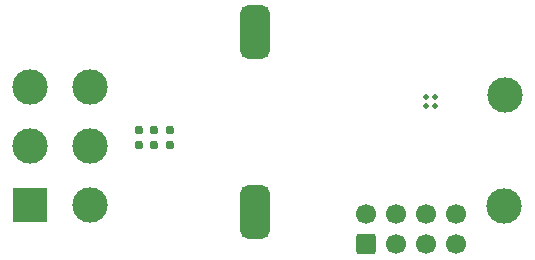
<source format=gbr>
%TF.GenerationSoftware,KiCad,Pcbnew,(6.0.9-0)*%
%TF.CreationDate,2022-12-01T16:18:30+01:00*%
%TF.ProjectId,Hlabs motor cotrol,486c6162-7320-46d6-9f74-6f7220636f74,rev?*%
%TF.SameCoordinates,Original*%
%TF.FileFunction,Soldermask,Bot*%
%TF.FilePolarity,Negative*%
%FSLAX46Y46*%
G04 Gerber Fmt 4.6, Leading zero omitted, Abs format (unit mm)*
G04 Created by KiCad (PCBNEW (6.0.9-0)) date 2022-12-01 16:18:30*
%MOMM*%
%LPD*%
G01*
G04 APERTURE LIST*
G04 Aperture macros list*
%AMRoundRect*
0 Rectangle with rounded corners*
0 $1 Rounding radius*
0 $2 $3 $4 $5 $6 $7 $8 $9 X,Y pos of 4 corners*
0 Add a 4 corners polygon primitive as box body*
4,1,4,$2,$3,$4,$5,$6,$7,$8,$9,$2,$3,0*
0 Add four circle primitives for the rounded corners*
1,1,$1+$1,$2,$3*
1,1,$1+$1,$4,$5*
1,1,$1+$1,$6,$7*
1,1,$1+$1,$8,$9*
0 Add four rect primitives between the rounded corners*
20,1,$1+$1,$2,$3,$4,$5,0*
20,1,$1+$1,$4,$5,$6,$7,0*
20,1,$1+$1,$6,$7,$8,$9,0*
20,1,$1+$1,$8,$9,$2,$3,0*%
G04 Aperture macros list end*
%ADD10C,0.508000*%
%ADD11RoundRect,0.250000X0.600000X-0.600000X0.600000X0.600000X-0.600000X0.600000X-0.600000X-0.600000X0*%
%ADD12C,1.700000*%
%ADD13C,0.770000*%
%ADD14R,3.000000X3.000000*%
%ADD15C,3.000000*%
%ADD16RoundRect,0.625000X-0.625000X1.625000X-0.625000X-1.625000X0.625000X-1.625000X0.625000X1.625000X0*%
G04 APERTURE END LIST*
D10*
%TO.C,U1*%
X112969237Y-124840783D03*
X113756637Y-125628183D03*
X112969237Y-125628183D03*
X113756637Y-124840783D03*
%TD*%
D11*
%TO.C,J1*%
X107940000Y-137252500D03*
D12*
X107940000Y-134712500D03*
X110480000Y-137252500D03*
X110480000Y-134712500D03*
X113020000Y-137252500D03*
X113020000Y-134712500D03*
X115560000Y-137252500D03*
X115560000Y-134712500D03*
%TD*%
D13*
%TO.C,U2*%
X90000000Y-128900000D03*
X88700000Y-128900000D03*
X91300000Y-127600000D03*
X88700000Y-127600000D03*
X90000000Y-127600000D03*
X91300000Y-128900000D03*
%TD*%
D14*
%TO.C,RV1*%
X79500000Y-134000000D03*
D15*
X79500000Y-129000000D03*
X79500000Y-124000000D03*
X84500000Y-134000000D03*
X84500000Y-129000000D03*
X84500000Y-124000000D03*
D16*
X98530000Y-119350000D03*
X98510000Y-134570000D03*
D15*
X119660000Y-124680000D03*
X119620000Y-134080000D03*
%TD*%
M02*

</source>
